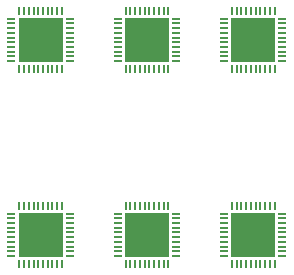
<source format=gbr>
%TF.GenerationSoftware,KiCad,Pcbnew,7.0.1*%
%TF.CreationDate,2023-04-06T12:09:15+02:00*%
%TF.ProjectId,LED_Dogtag_HW,4c45445f-446f-4677-9461-675f48572e6b,1.0*%
%TF.SameCoordinates,Original*%
%TF.FileFunction,Soldermask,Bot*%
%TF.FilePolarity,Negative*%
%FSLAX46Y46*%
G04 Gerber Fmt 4.6, Leading zero omitted, Abs format (unit mm)*
G04 Created by KiCad (PCBNEW 7.0.1) date 2023-04-06 12:09:15*
%MOMM*%
%LPD*%
G01*
G04 APERTURE LIST*
G04 Aperture macros list*
%AMRoundRect*
0 Rectangle with rounded corners*
0 $1 Rounding radius*
0 $2 $3 $4 $5 $6 $7 $8 $9 X,Y pos of 4 corners*
0 Add a 4 corners polygon primitive as box body*
4,1,4,$2,$3,$4,$5,$6,$7,$8,$9,$2,$3,0*
0 Add four circle primitives for the rounded corners*
1,1,$1+$1,$2,$3*
1,1,$1+$1,$4,$5*
1,1,$1+$1,$6,$7*
1,1,$1+$1,$8,$9*
0 Add four rect primitives between the rounded corners*
20,1,$1+$1,$2,$3,$4,$5,0*
20,1,$1+$1,$4,$5,$6,$7,0*
20,1,$1+$1,$6,$7,$8,$9,0*
20,1,$1+$1,$8,$9,$2,$3,0*%
G04 Aperture macros list end*
%ADD10RoundRect,0.050000X0.325000X0.050000X-0.325000X0.050000X-0.325000X-0.050000X0.325000X-0.050000X0*%
%ADD11RoundRect,0.050000X0.050000X0.325000X-0.050000X0.325000X-0.050000X-0.325000X0.050000X-0.325000X0*%
%ADD12R,3.800000X3.800000*%
%ADD13RoundRect,0.050000X-0.325000X-0.050000X0.325000X-0.050000X0.325000X0.050000X-0.325000X0.050000X0*%
%ADD14RoundRect,0.050000X-0.050000X-0.325000X0.050000X-0.325000X0.050000X0.325000X-0.050000X0.325000X0*%
G04 APERTURE END LIST*
D10*
%TO.C,U1*%
X97275000Y-43750000D03*
X97275000Y-44150000D03*
X97275000Y-44550000D03*
X97275000Y-44950000D03*
X97275000Y-45350000D03*
X97275000Y-45750000D03*
X97275000Y-46150000D03*
X97275000Y-46550000D03*
X97275000Y-46950000D03*
X97275000Y-47350000D03*
D11*
X96600000Y-48025000D03*
X96200000Y-48025000D03*
X95800000Y-48025000D03*
X95400000Y-48025000D03*
X95000000Y-48025000D03*
X94600000Y-48025000D03*
X94200000Y-48025000D03*
X93800000Y-48025000D03*
X93400000Y-48025000D03*
X93000000Y-48025000D03*
D10*
X92325000Y-47350000D03*
X92325000Y-46950000D03*
X92325000Y-46550000D03*
X92325000Y-46150000D03*
X92325000Y-45750000D03*
X92325000Y-45350000D03*
X92325000Y-44950000D03*
X92325000Y-44550000D03*
X92325000Y-44150000D03*
X92325000Y-43750000D03*
D11*
X93000000Y-43075000D03*
X93400000Y-43075000D03*
X93800000Y-43075000D03*
X94200000Y-43075000D03*
X94600000Y-43075000D03*
X95000000Y-43075000D03*
X95400000Y-43075000D03*
X95800000Y-43075000D03*
X96200000Y-43075000D03*
X96600000Y-43075000D03*
D12*
X94800000Y-45550000D03*
%TD*%
D13*
%TO.C,U5*%
X101325000Y-63850000D03*
X101325000Y-63450000D03*
X101325000Y-63050000D03*
X101325000Y-62650000D03*
X101325000Y-62250000D03*
X101325000Y-61850000D03*
X101325000Y-61450000D03*
X101325000Y-61050000D03*
X101325000Y-60650000D03*
X101325000Y-60250000D03*
D14*
X102000000Y-59575000D03*
X102400000Y-59575000D03*
X102800000Y-59575000D03*
X103200000Y-59575000D03*
X103600000Y-59575000D03*
X104000000Y-59575000D03*
X104400000Y-59575000D03*
X104800000Y-59575000D03*
X105200000Y-59575000D03*
X105600000Y-59575000D03*
D13*
X106275000Y-60250000D03*
X106275000Y-60650000D03*
X106275000Y-61050000D03*
X106275000Y-61450000D03*
X106275000Y-61850000D03*
X106275000Y-62250000D03*
X106275000Y-62650000D03*
X106275000Y-63050000D03*
X106275000Y-63450000D03*
X106275000Y-63850000D03*
D14*
X105600000Y-64525000D03*
X105200000Y-64525000D03*
X104800000Y-64525000D03*
X104400000Y-64525000D03*
X104000000Y-64525000D03*
X103600000Y-64525000D03*
X103200000Y-64525000D03*
X102800000Y-64525000D03*
X102400000Y-64525000D03*
X102000000Y-64525000D03*
D12*
X103800000Y-62050000D03*
%TD*%
D13*
%TO.C,U6*%
X110325000Y-63850000D03*
X110325000Y-63450000D03*
X110325000Y-63050000D03*
X110325000Y-62650000D03*
X110325000Y-62250000D03*
X110325000Y-61850000D03*
X110325000Y-61450000D03*
X110325000Y-61050000D03*
X110325000Y-60650000D03*
X110325000Y-60250000D03*
D14*
X111000000Y-59575000D03*
X111400000Y-59575000D03*
X111800000Y-59575000D03*
X112200000Y-59575000D03*
X112600000Y-59575000D03*
X113000000Y-59575000D03*
X113400000Y-59575000D03*
X113800000Y-59575000D03*
X114200000Y-59575000D03*
X114600000Y-59575000D03*
D13*
X115275000Y-60250000D03*
X115275000Y-60650000D03*
X115275000Y-61050000D03*
X115275000Y-61450000D03*
X115275000Y-61850000D03*
X115275000Y-62250000D03*
X115275000Y-62650000D03*
X115275000Y-63050000D03*
X115275000Y-63450000D03*
X115275000Y-63850000D03*
D14*
X114600000Y-64525000D03*
X114200000Y-64525000D03*
X113800000Y-64525000D03*
X113400000Y-64525000D03*
X113000000Y-64525000D03*
X112600000Y-64525000D03*
X112200000Y-64525000D03*
X111800000Y-64525000D03*
X111400000Y-64525000D03*
X111000000Y-64525000D03*
D12*
X112800000Y-62050000D03*
%TD*%
D13*
%TO.C,U4*%
X92325000Y-63850000D03*
X92325000Y-63450000D03*
X92325000Y-63050000D03*
X92325000Y-62650000D03*
X92325000Y-62250000D03*
X92325000Y-61850000D03*
X92325000Y-61450000D03*
X92325000Y-61050000D03*
X92325000Y-60650000D03*
X92325000Y-60250000D03*
D14*
X93000000Y-59575000D03*
X93400000Y-59575000D03*
X93800000Y-59575000D03*
X94200000Y-59575000D03*
X94600000Y-59575000D03*
X95000000Y-59575000D03*
X95400000Y-59575000D03*
X95800000Y-59575000D03*
X96200000Y-59575000D03*
X96600000Y-59575000D03*
D13*
X97275000Y-60250000D03*
X97275000Y-60650000D03*
X97275000Y-61050000D03*
X97275000Y-61450000D03*
X97275000Y-61850000D03*
X97275000Y-62250000D03*
X97275000Y-62650000D03*
X97275000Y-63050000D03*
X97275000Y-63450000D03*
X97275000Y-63850000D03*
D14*
X96600000Y-64525000D03*
X96200000Y-64525000D03*
X95800000Y-64525000D03*
X95400000Y-64525000D03*
X95000000Y-64525000D03*
X94600000Y-64525000D03*
X94200000Y-64525000D03*
X93800000Y-64525000D03*
X93400000Y-64525000D03*
X93000000Y-64525000D03*
D12*
X94800000Y-62050000D03*
%TD*%
D10*
%TO.C,U3*%
X115275000Y-43750000D03*
X115275000Y-44150000D03*
X115275000Y-44550000D03*
X115275000Y-44950000D03*
X115275000Y-45350000D03*
X115275000Y-45750000D03*
X115275000Y-46150000D03*
X115275000Y-46550000D03*
X115275000Y-46950000D03*
X115275000Y-47350000D03*
D11*
X114600000Y-48025000D03*
X114200000Y-48025000D03*
X113800000Y-48025000D03*
X113400000Y-48025000D03*
X113000000Y-48025000D03*
X112600000Y-48025000D03*
X112200000Y-48025000D03*
X111800000Y-48025000D03*
X111400000Y-48025000D03*
X111000000Y-48025000D03*
D10*
X110325000Y-47350000D03*
X110325000Y-46950000D03*
X110325000Y-46550000D03*
X110325000Y-46150000D03*
X110325000Y-45750000D03*
X110325000Y-45350000D03*
X110325000Y-44950000D03*
X110325000Y-44550000D03*
X110325000Y-44150000D03*
X110325000Y-43750000D03*
D11*
X111000000Y-43075000D03*
X111400000Y-43075000D03*
X111800000Y-43075000D03*
X112200000Y-43075000D03*
X112600000Y-43075000D03*
X113000000Y-43075000D03*
X113400000Y-43075000D03*
X113800000Y-43075000D03*
X114200000Y-43075000D03*
X114600000Y-43075000D03*
D12*
X112800000Y-45550000D03*
%TD*%
D10*
%TO.C,U2*%
X106275000Y-43750000D03*
X106275000Y-44150000D03*
X106275000Y-44550000D03*
X106275000Y-44950000D03*
X106275000Y-45350000D03*
X106275000Y-45750000D03*
X106275000Y-46150000D03*
X106275000Y-46550000D03*
X106275000Y-46950000D03*
X106275000Y-47350000D03*
D11*
X105600000Y-48025000D03*
X105200000Y-48025000D03*
X104800000Y-48025000D03*
X104400000Y-48025000D03*
X104000000Y-48025000D03*
X103600000Y-48025000D03*
X103200000Y-48025000D03*
X102800000Y-48025000D03*
X102400000Y-48025000D03*
X102000000Y-48025000D03*
D10*
X101325000Y-47350000D03*
X101325000Y-46950000D03*
X101325000Y-46550000D03*
X101325000Y-46150000D03*
X101325000Y-45750000D03*
X101325000Y-45350000D03*
X101325000Y-44950000D03*
X101325000Y-44550000D03*
X101325000Y-44150000D03*
X101325000Y-43750000D03*
D11*
X102000000Y-43075000D03*
X102400000Y-43075000D03*
X102800000Y-43075000D03*
X103200000Y-43075000D03*
X103600000Y-43075000D03*
X104000000Y-43075000D03*
X104400000Y-43075000D03*
X104800000Y-43075000D03*
X105200000Y-43075000D03*
X105600000Y-43075000D03*
D12*
X103800000Y-45550000D03*
%TD*%
M02*

</source>
